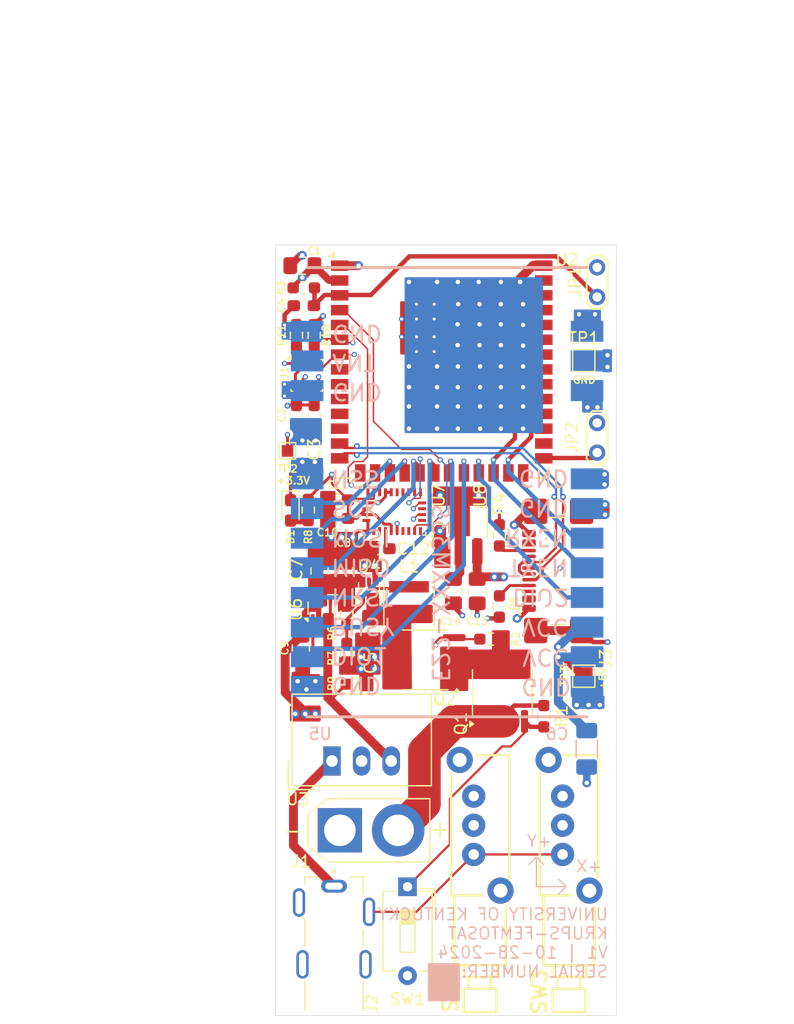
<source format=kicad_pcb>
(kicad_pcb (version 20240108) (generator "pcbnew") (generator_version "8.0")
  (title_block (date "2024-10-31") (rev "V1.1"))
  (layers (0 "F.Cu" signal) (1 "In1.Cu" signal) (2 "In2.Cu" power) (31 "B.Cu" signal) (34 "B.Paste" user) (35 "F.Paste" user) (36 "B.SilkS" user "B.Silkscreen") (37 "F.SilkS" user "F.Silkscreen") (38 "B.Mask" user) (39 "F.Mask" user) (44 "Edge.Cuts" user))
  (net 0 "")
  (net 1 "+5V")
  (net 2 "GND")
  (net 3 "/5V_BATT")
  (net 4 "/BATT_VIN")
  (net 5 "+3V3")
  (net 7 "Net-(Q1-D)")
  (net 8 "Net-(Q1-G)")
  (net 9 "Net-(Q2-G)")
  (net 10 "/5V_GSE")
  (net 11 "/I2C_SCL")
  (net 12 "/I2C_SDA")
  (net 13 "/USB_D+")
  (net 14 "Net-(J3-CC1)")
  (net 15 "Net-(J3-CC2)")
  (net 16 "/~{LORA_RESET}")
  (net 17 "/USB_D-")
  (net 19 "/SPI_MISO")
  (net 21 "/LORA_TXEN")
  (net 22 "/LORA_DIO1")
  (net 24 "/LORA_RXEN")
  (net 27 "/SPI_MOSI")
  (net 28 "/LORA_BUSY")
  (net 29 "/LORA_DIO2")
  (net 30 "/SPI_CLK")
  (net 31 "/GSE_VIN")
  (net 36 "/PLUG_SWITCH")
  (net 37 "Net-(J1-Pin_2)")
  (net 38 "Net-(SW1-B)")
  (net 45 "/BNO086_HINTN")
  (net 46 "/~{BNO086_RESET}")
  (net 52 "/ESP32_EN")
  (net 53 "/USB_EN")
  (net 54 "Net-(U7-CAP)")
  (net 55 "Net-(U4-SW)")
  (net 56 "Net-(U4-FB)")
  (net 72 "Net-(D1-A)")
  (footprint "Capacitor_SMD:C_0805_2012Metric_Pad1.18x1.45mm_HandSolder" (layer "F.Cu") (at 104.14 57.612 -90)
    (property "Reference" "C14")
    (property "Value" "22u")
  )
  (footprint "Capacitor_SMD:C_0603_1608Metric_Pad1.08x0.95mm_HandSolder" (layer "F.Cu") (at 94.234 49.784 180)
    (property "Reference" "C11")
    (property "Value" "0.1u")
  )
  (footprint "Package_TO_SOT_SMD:SOT-563" (layer "F.Cu") (at 96.901 57.531 90)
    (property "Reference" "U4")
    (property "Value" "TPS61023")
  )
  (footprint "Resistor_SMD:R_0603_1608Metric_Pad0.98x0.95mm_HandSolder" (layer "F.Cu") (at 90.678 35.687 90)
    (property "Reference" "R11")
    (property "Value" "3.9k")
  )
  (footprint "Capacitor_SMD:C_0805_2012Metric_Pad1.18x1.45mm_HandSolder" (layer "F.Cu") (at 97.028 60.833 -90)
    (property "Reference" "C5")
    (property "Value" "10u")
  )
  (footprint "TestPoint:TestPoint_Pad_1.0x1.0mm" (layer "F.Cu") (at 89.916 45.593 180)
    (property "Reference" "TP2")
    (property "Value" "+3.3V")
  )
  (footprint "Resistor_SMD:R_0603_1608Metric_Pad0.98x0.95mm_HandSolder" (layer "F.Cu") (at 107.315 61.722 180)
    (property "Reference" "R2")
    (property "Value" "100k")
  )
  (footprint "Package_LGA:Bosch_LGA-8_2.5x2.5mm_P0.65mm_ClockwisePinNumbering" (layer "F.Cu") (at 91.567 39.116)
    (property "Reference" "U1")
    (property "Value" "BME280")
  )
  (footprint "Diode_SMD:D_0603_1608Metric_Pad1.05x0.95mm_HandSolder" (layer "F.Cu") (at 90.17 50.687 -90)
    (property "Reference" "D1")
    (property "Value" "LED")
  )
  (footprint "Capacitor_SMD:C_0603_1608Metric_Pad1.08x0.95mm_HandSolder" (layer "F.Cu") (at 92.202 42.5185 -90)
    (property "Reference" "C3")
    (property "Value" "0.1u")
  )
  (footprint "Capacitor_SMD:C_0805_2012Metric_Pad1.18x1.45mm_HandSolder" (layer "F.Cu") (at 106.172 57.612 -90)
    (property "Reference" "C13")
    (property "Value" "10u")
  )
  (footprint "Package_LGA:LGA-28_5.2x3.8mm_P0.5mm" (layer "F.Cu") (at 99.06 50.8)
    (property "Reference" "U7")
    (property "Value" "BNO086")
  )
  (footprint "Capacitor_SMD:C_0805_2012Metric_Pad1.18x1.45mm_HandSolder" (layer "F.Cu") (at 94.742 55.88 90)
    (property "Reference" "C8")
    (property "Value" "22u")
  )
  (footprint "Capacitor_SMD:C_0603_1608Metric_Pad1.08x0.95mm_HandSolder" (layer "F.Cu") (at 90.678 42.5185 -90)
    (property "Reference" "C2")
    (property "Value" "0.1u")
  )
  (footprint "Capacitor_SMD:C_0805_2012Metric_Pad1.18x1.45mm_HandSolder" (layer "F.Cu") (at 91.059 62.484 -90)
    (property "Reference" "C9")
    (property "Value" "10u")
  )
  (footprint "Capacitor_SMD:C_0603_1608Metric_Pad1.08x0.95mm_HandSolder" (layer "F.Cu") (at 97.79 53.975 180)
    (property "Reference" "C12")
    (property "Value" "0.1u")
  )
  (footprint "Capacitor_SMD:C_0603_1608Metric_Pad1.08x0.95mm_HandSolder" (layer "F.Cu") (at 94.234 51.3795 180)
    (property "Reference" "C10")
    (property "Value" "0.1u")
  )
  (footprint "Capacitor_SMD:C_0805_2012Metric_Pad1.18x1.45mm_HandSolder" (layer "F.Cu") (at 91.186 29.718 180)
    (property "Reference" "C1")
    (property "Value" "22u")
  )
  (footprint "Resistor_SMD:R_0603_1608Metric_Pad0.98x0.95mm_HandSolder" (layer "F.Cu") (at 108.077 58.928 -90)
    (property "Reference" "R5")
    (property "Value" "5.1k")
  )
  (footprint "Resistor_SMD:R_0603_1608Metric_Pad0.98x0.95mm_HandSolder" (layer "F.Cu") (at 111.887 68.326 -90)
    (property "Reference" "R1")
    (property "Value" "100k")
  )
  (footprint "Resistor_SMD:R_0603_1608Metric_Pad0.98x0.95mm_HandSolder" (layer "F.Cu") (at 94.996 59.563 -90)
    (property "Reference" "R6")
    (property "Value" "73.2k")
  )
  (footprint "Capacitor_SMD:C_0805_2012Metric_Pad1.18x1.45mm_HandSolder" (layer "F.Cu") (at 92.662 55.88 90)
    (property "Reference" "C7")
    (property "Value" "22u")
  )
  (footprint "KRUPS-FemtoSat:TENSILITY_54-00170" (layer "F.Cu") (at 93.901 88.34)
    (property "Reference" "J2")
    (property "Value" "54-00170")
  )
  (footprint "Capacitor_SMD:C_0603_1608Metric_Pad1.08x0.95mm_HandSolder" (layer "F.Cu") (at 91.313 33.147 180)
    (property "Reference" "C4")
    (property "Value" "0.1u")
  )
  (footprint "RF_Module:ESP32-S3-WROOM-2" (layer "F.Cu") (at 103.137 34.978)
    (property "Reference" "U2")
    (property "Value" "ESP32-S3-WROOM-2")
  )
  (footprint "TestPoint:TestPoint_2Pads_Pitch2.54mm_Drill0.8mm" (layer "F.Cu") (at 116.459 29.865 -90)
    (property "Reference" "JP1")
    (property "Value" "Jumper_2_Small_Open")
  )
  (footprint "Resistor_SMD:R_0603_1608Metric_Pad0.98x0.95mm_HandSolder" (layer "F.Cu") (at 92.202 35.687 90)
    (property "Reference" "R10")
    (property "Value" "3.9k")
  )
  (footprint "Resistor_SMD:R_0603_1608Metric_Pad0.98x0.95mm_HandSolder" (layer "F.Cu") (at 108.077 52.832 90)
    (property "Reference" "R4")
    (property "Value" "5.1k")
  )
  (footprint "Button_Switch_THT:SW_DIP_SPSTx01_Slide_6.7x4.1mm_W7.62mm_P2.54mm_LowProfile" (layer "F.Cu") (at 100.203 82.941 -90)
    (property "Reference" "SW1")
    (property "Value" "Enable Switch")
  )
  (footprint "Connector_AMASS:AMASS_XT30U-M_1x02_P5.0mm_Vertical" (layer "F.Cu") (at 94.401 78.105)
    (property "Reference" "J1")
    (property "Value" "XT30U Male Connector")
  )
  (footprint "Package_TO_SOT_SMD:SOT-89-3_Handsoldering" (layer "F.Cu") (at 104.6855 51.77 90)
    (property "Reference" "U8")
    (property "Value" "AZ1117-3.3")
  )
  (footprint "TestPoint:TestPoint_2Pads_Pitch2.54mm_Drill0.8mm" (layer "F.Cu") (at 116.459 43.2 -90)
    (property "Reference" "JP2")
    (property "Value" "Jumper_2_Small_Open")
  )
  (footprint "Connector_USB:USB_C_Receptacle_GCT_USB4110" (layer "F.Cu") (at 114.3 55.88 90)
    (property "Reference" "J3")
    (property "Value" "USB_C_Receptacle_USB2.0_16P")
  )
  (footprint "TestPoint:TestPoint_Pad_1.5x1.5mm" (layer "F.Cu") (at 115.316 37.846)
    (property "Reference" "TP1")
    (property "Value" "GND")
  )
  (footprint "Resistor_SMD:R_0603_1608Metric_Pad0.98x0.95mm_HandSolder" (layer "F.Cu") (at 91.313 31.623)
    (property "Reference" "R3")
    (property "Value" "10k")
  )
  (footprint "Package_SO:SOIC-8_3.9x4.9mm_P1.27mm" (layer "F.Cu") (at 108.331 66.294 90)
    (property "Reference" "Q1")
    (property "Value" "IRF7410")
  )
  (footprint "KRUPS-FemtoSat:LC1258OANP" (layer "F.Cu") (at 113.496 75.173 -90)
    (property "Reference" "SW3")
    (property "Value" "Enclosure Detector" (hide yes))
  )
  (footprint "KRUPS-FemtoSat:LC1258OANP" (layer "F.Cu") (at 105.876 75.173 -90)
    (property "Reference" "SW2")
    (property "Value" "Enclosure Detector" (hide yes))
  )
  (footprint "TestPoint:TestPoint_Pad_1.5x1.5mm" (layer "F.Cu") (at 115.316 64.897 90)
    (property "Reference" "TP3")
    (property "Value" "+5V")
  )
  (footprint "Resistor_SMD:R_0603_1608Metric_Pad0.98x0.95mm_HandSolder" (layer "F.Cu") (at 91.694 50.659 -90)
    (property "Reference" "R8")
    (property "Value" "270")
  )
  (footprint "Resistor_SMD:R_0603_1608Metric_Pad0.98x0.95mm_HandSolder" (layer "F.Cu") (at 94.996 62.992 90)
    (property "Reference" "R7")
    (property "Value" "10k")
  )
  (footprint "Resistor_SMD:R_0603_1608Metric_Pad0.98x0.95mm_HandSolder" (layer "F.Cu") (at 95.8596 65.5828)
    (property "Reference" "R9")
    (property "Value" "100k")
  )
  (footprint "Inductor_SMD:L_Coilcraft_XxL4030" (layer "F.Cu") (at 100.33 58.42 90)
    (property "Reference" "L1")
    (property "Value" "1u")
  )
  (footprint "Converter_DCDC:Converter_DCDC_TRACO_TSR-1_THT" (layer "F.Cu") (at 93.726 72.1675)
    (property "Reference" "U3")
    (property "Value" "TSR_2-2450")
  )
  (footprint "Package_TO_SOT_SMD:SOT-583-8" (layer "F.Cu") (at 92.837 59.182 90)
    (property "Reference" "U6")
    (property "Value" "TPS2117")
  )
  (footprint "Package_SO:SOIC-8_3.9x4.9mm_P1.27mm" (layer "F.Cu") (at 101.727 63.5 180)
    (property "Reference" "Q2")
    (property "Value" "IRF7410")
  )
  (footprint "Capacitor_SMD:C_1206_3216Metric_Pad1.33x1.80mm_HandSolder" (layer "B.Cu") (at 115.57 71.12 -90)
    (property "Reference" "C6")
    (property "Value" "100u")
  )
  (footprint "KRUPS-FemtoSat:E22-XXXM33S" (layer "B.Cu") (at 102.87 49.53 90)
    (property "Reference" "U5")
    (property "Value" "E22-900M33S")
  )
  (gr_line (start 113.157 82.296) (end 113.792 82.931) (stroke (width 0.1)) (layer "B.SilkS"))
  (gr_line (start 111.252 82.931) (end 113.792 82.931) (stroke (width 0.1)) (layer "B.SilkS"))
  (gr_line (start 113.792 82.931) (end 113.157 82.296) (stroke (width 0.1)) (layer "B.SilkS"))
  (gr_line (start 113.792 82.931) (end 113.157 83.566) (stroke (width 0.1)) (layer "B.SilkS"))
  (gr_line (start 111.252 82.931) (end 111.252 80.391) (stroke (width 0.1)) (layer "B.SilkS"))
  (gr_line (start 111.252 80.391) (end 111.887 81.026) (stroke (width 0.1)) (layer "B.SilkS"))
  (gr_rect (start 101.981 89.535) (end 104.648 92.71) (stroke (width 0.1)) (fill solid) (layer "B.SilkS"))
  (gr_line (start 111.252 80.391) (end 110.617 81.026) (stroke (width 0.1)) (layer "B.SilkS"))
  (gr_rect (start 88.9 27.94) (end 118.11 93.98) (stroke (width 0.05)) (fill none) (layer "Edge.Cuts"))
  (gr_text "UNIVERSITY OF KENTUCKY\nKRUPS-FEMTOSAT\nV1 | 10-28-2024\nSERIAL NUMBER:" (at 117.475 90.805 0) (layer "B.SilkS") (effects (font (size 1.016 1.016) (thickness 0.127)) (justify left bottom mirror)))
  (gr_text "+Y" (at 112.649 79.629 0) (layer "B.SilkS") (effects (font (size 1.016 1.016) (thickness 0.127)) (justify left bottom mirror)))
  (gr_text "+X" (at 116.967 81.788 0) (layer "B.SilkS") (effects (font (size 1.016 1.016) (thickness 0.127)) (justify left bottom mirror)))
  (gr_text "+5V" (at 117.348 66.167 90) (layer "F.SilkS") (effects (font (size 0.635 0.635) (thickness 0.127) (bold yes)) (justify left bottom)))
  (gr_text "GND" (at 114.3 39.878 0) (layer "F.SilkS") (effects (font (size 0.635 0.635) (thickness 0.127) (bold yes)) (justify left bottom)))
  (gr_text "+3.3V" (at 88.9 48.514 0) (layer "F.SilkS") (effects (font (size 0.635 0.635) (thickness 0.127) (bold yes)) (justify left bottom)))
  (segment (start 106.3585 56.388) (end 106.172 56.5745) (width 0.762) (layer "F.Cu") (net 1))
  (segment (start 113.1316 63.246) (end 113.665 63.246) (width 0.762) (layer "F.Cu") (net 1))
  (segment (start 89.7128 66.294) (end 91.3384 67.9196) (width 0.762) (layer "F.Cu") (net 1))
  (segment (start 106.172 54.2335) (end 106.1855 54.22) (width 0.762) (layer "F.Cu") (net 1))
  (segment (start 89.7128 62.7927) (end 89.7128 66.294) (width 0.762) (layer "F.Cu") (net 1))
  (segment (start 106.172 56.5745) (end 106.172 54.2335) (width 0.762) (layer "F.Cu") (net 1))
  (segment (start 108.458 56.388) (end 106.3585 56.388) (width 0.762) (layer "F.Cu") (net 1))
  (segment (start 113.665 63.246) (end 115.316 64.897) (width 0.762) (layer "F.Cu") (net 1))
  (segment (start 91.059 61.4465) (end 89.7128 62.7927) (width 0.762) (layer "F.Cu") (net 1))
  (via (at 108.458 56.388) (size 0.762) (drill 0.381) (layers "F.Cu" "B.Cu") (net 1))
  (via (at 91.44 68.1228) (size 0.762) (drill 0.381) (layers "F.Cu" "B.Cu") (net 1))
  (via (at 113.1316 63.246) (size 0.762) (drill 0.381) (layers "F.Cu" "B.Cu") (net 1))
  (via (at 113.1316 62.3824) (size 0.762) (drill 0.381) (layers "F.Cu" "B.Cu") (net 1))
  (via (at 107.6452 56.388) (size 0.762) (drill 0.381) (layers "F.Cu" "B.Cu") (net 1))
  (via (at 90.5764 68.1228) (size 0.762) (drill 0.381) (layers "F.Cu" "B.Cu") (net 1))
  (via (at 92.3036 68.1228) (size 0.762) (drill 0.381) (layers "F.Cu" "B.Cu") (net 1))
  (segment (start 113.1316 63.246) (end 113.1316 67.1191) (width 0.762) (layer "B.Cu") (net 1))
  (segment (start 115.579 63.246) (end 115.595 63.23) (width 0.762) (layer "B.Cu") (net 1))
  (segment (start 115.595 60.69) (end 114.824 60.69) (width 0.762) (layer "B.Cu") (net 1))
  (segment (start 114.824 60.69) (end 113.1316 62.3824) (width 0.762) (layer "B.Cu") (net 1))
  (segment (start 113.1316 67.1191) (end 115.57 69.5575) (width 0.762) (layer "B.Cu") (net 1))
  (segment (start 113.1316 63.246) (end 115.579 63.246) (width 0.762) (layer "B.Cu") (net 1))
  (segment (start 96.012 29.718) (end 94.402 29.718) (width 0.762) (layer "F.Cu") (net 2))
  (segment (start 115.409 51.054) (end 115.125 50.77) (width 0.762) (layer "F.Cu") (net 2))
  (segment (start 111.195 50.77) (end 110.52 50.77) (width 0.635) (layer "F.Cu") (net 2))
  (segment (start 89.662 33.9355) (end 89.662 34.798) (width 0.381) (layer "F.Cu") (net 2))
  (segment (start 110.969 29.69) (end 111.874 29.69) (width 0.762) (layer "F.Cu") (net 2))
  (segment (start 101.096 51.05) (end 101.4475 51.05) (width 0.127) (layer "F.Cu") (net 2))
  (segment (start 90.678 43.381) (end 90.678 44.196) (width 0.381) (layer "F.Cu") (net 2))
  (segment (start 98.31 49.1375) (end 98.81 49.1375) (width 0.254) (layer "F.Cu") (net 2))
  (segment (start 96.81 52.4625) (end 96.81 51.6875) (width 0.254) (layer "F.Cu") (net 2))
  (segment (start 92.583 39.243) (end 92.583 40.1) (width 0.254) (layer "F.Cu") (net 2))
  (segment (start 109.347 51.943) (end 109.883 51.943) (width 0.381) (layer "F.Cu") (net 2))
  (segment (start 97.663 50.038) (end 97.79 50.038) (width 0.254) (layer "F.Cu") (net 2))
  (segment (start 92.583 40.1) (end 92.542 40.141) (width 0.254) (layer "F.Cu") (net 2))
  (segment (start 97.651 50.05) (end 96.6725 50.05) (width 0.254) (layer "F.Cu") (net 2))
  (segment (start 90.678 44.196) (end 91.186 44.704) (width 0.381) (layer "F.Cu") (net 2))
  (segment (start 92.202 44.577) (end 92.329 44.704) (width 0.381) (layer "F.Cu") (net 2))
  (segment (start 90.4505 33.147) (end 89.662 33.9355) (width 0.381) (layer "F.Cu") (net 2))
  (segment (start 91.0375 28.829) (end 90.1485 29.718) (width 0.635) (layer "F.Cu") (net 2))
  (segment (start 109.756 59.944) (end 110.62 59.08) (width 0.381) (layer "F.Cu") (net 2))
  (segment (start 97.79 50.038) (end 98.31 49.518) (width 0.254) (layer "F.Cu") (net 2))
  (segment (start 109.855 30.804) (end 110.969 29.69) (width 0.762) (layer "F.Cu") (net 2))
  (segment (start 92.202 43.381) (end 92.202 44.577) (width 0.381) (layer "F.Cu") (net 2))
  (segment (start 91.242 39.441) (end 91.44 39.243) (width 0.254) (layer "F.Cu") (net 2))
  (segment (start 117.1448 51.054) (end 115.409 51.054) (width 0.762) (layer "F.Cu") (net 2))
  (segment (start 98.31 49.518) (end 98.31 49.1375) (width 0.254) (layer "F.Cu") (net 2))
  (segment (start 117.348 61.976) (end 116.111 61.976) (width 0.381) (layer "F.Cu") (net 2))
  (segment (start 91.186 28.829) (end 91.0375 28.829) (width 0.635) (layer "F.Cu") (net 2))
  (segment (start 116.111 61.976) (end 115.125 60.99) (width 0.381) (layer "F.Cu") (net 2))
  (segment (start 96.0259 52.4625) (end 95.504 52.9844) (width 0.254) (layer "F.Cu") (net 2))
  (segment (start 117.1448 50.1904) (end 117.1448 51.054) (width 0.762) (layer "F.Cu") (net 2))
  (segment (start 109.601 59.944) (end 109.756 59.944) (width 0.381) (layer "F.Cu") (net 2))
  (segment (start 91.242 40.141) (end 91.242 39.441) (width 0.254) (layer "F.Cu") (net 2))
  (segment (start 90.17 47.5488) (end 91.186 46.5328) (width 0.254) (layer "F.Cu") (net 2))
  (segment (start 109.855 31.115) (end 109.855 30.804) (width 0.762) (layer "F.Cu") (net 2))
  (segment (start 90.17 49.812) (end 90.17 47.5488) (width 0.254) (layer "F.Cu") (net 2))
  (segment (start 110.52 50.77) (end 109.347 51.943) (width 0.635) (layer "F.Cu") (net 2))
  (segment (start 106.172 59.69) (end 106.172 58.6495) (width 0.381) (layer "F.Cu") (net 2))
  (segment (start 94.402 29.718) (end 94.374 29.69) (width 0.762) (layer "F.Cu") (net 2))
  (segment (start 109.883 51.943) (end 110.62 52.68) (width 0.381) (layer "F.Cu") (net 2))
  (segment (start 96.81 51.6875) (end 96.6725 51.55) (width 0.254) (layer "F.Cu") (net 2))
  (segment (start 108.077 50.8) (end 108.077 51.9195) (width 0.254) (layer "F.Cu") (net 2))
  (segment (start 115.125 60.99) (end 111.195 60.99) (width 0.762) (layer "F.Cu") (net 2))
  (segment (start 107.061 59.944) (end 107.9735 59.944) (width 0.381) (layer "F.Cu") (net 2))
  (segment (start 107.9735 59.944) (end 108.077 59.8405) (width 0.381) (layer "F.Cu") (net 2))
  (segment (start 104.14 58.928) (end 104.902 59.69) (width 0.381) (layer "F.Cu") (net 2))
  (segment (start 116.459 41.8846) (end 116.4844 41.8592) (width 0.381) (layer "F.Cu") (net 2))
  (segment (start 115.7732 37.3888) (end 115.316 37.846) (width 0.635) (layer "F.Cu") (net 2))
  (segment (start 100.711 51.435) (end 101.096 51.05) (width 0.127) (layer "F.Cu") (net 2))
  (segment (start 117.348 37.3888) (end 115.7732 37.3888) (width 0.635) (layer "F.Cu") (net 2))
  (segment (start 92.087 62.4935) (end 91.059 63.5215) (width 0.254) (layer "F.Cu") (net 2))
  (segment (start 116.439 29.464) (end 116.459 29.484) (width 0.381) (layer "F.Cu") (net 2))
  (segment (start 92.087 59.922) (end 92.087 62.4935) (width 0.254) (layer "F.Cu") (net 2))
  (segment (start 104.14 58.6495) (end 104.14 58.928) (width 0.381) (layer "F.Cu") (net 2))
  (segment (start 96.81 52.4625) (end 96.0259 52.4625) (width 0.254) (layer "F.Cu") (net 2))
  (segment (start 89.662 38.1) (end 90.583 38.1) (width 0.254) (layer "F.Cu") (net 2))
  (segment (start 97.663 50.038) (end 97.651 50.05) (width 0.254) (layer "F.Cu") (net 2))
  (segment (start 90.583 38.1) (end 90.592 38.091) (width 0.254) (layer "F.Cu") (net 2))
  (via (at 115.6208 41.8592) (size 0.762) (drill 0.381) (layers "F.Cu" "B.Cu") (net 2))
  (via (at 108.204 41.783) (size 0.762) (drill 0.381) (layers "F.Cu" "B.Cu") (net 2))
  (via (at 97.4344 55.4228) (size 0.762) (drill 0.381) (layers "F.Cu" "B.Cu") (net 2))
  (via (at 116.6876 67.3608) (size 0.762) (drill 0.381) (layers "F.Cu" "B.Cu") (net 2))
  (via (at 104.5464 33.02) (size 0.762) (drill 0.381) (layers "F.Cu" "B.Cu") (net 2))
  (via (at 117.094 48.4632) (size 0.762) (drill 0.381) (layers "F.Cu" "B.Cu") (net 2))
  (via (at 110.109 36.576) (size 0.762) (drill 0.381) (layers "F.Cu" "B.Cu") (net 2))
  (via (at 100.33 41.783) (size 0.762) (drill 0.381) (layers "F.Cu" "B.Cu") (net 2))
  (via (at 102.743 41.783) (size 0.762) (drill 0.381) (layers "F.Cu" "B.Cu") (net 2))
  (via (at 110.109 38.354) (size 0.762) (drill 0.381) (layers "F.Cu" "B.Cu") (net 2))
  (via (at 89.662 34.798) (size 0.508) (drill 0.254) (layers "F.Cu" "B.Cu") (net 2))
  (via (at 109.601 59.944) (size 0.762) (drill 0.381) (layers "F.Cu" "B.Cu") (net 2))
  (via (at 91.186 46.5328) (size 0.762) (drill 0.381) (layers "F.Cu" "B.Cu") (net 2))
  (via (at 109.347 51.943) (size 0.762) (drill 0.381) (layers "F.Cu" "B.Cu") (net 2))
  (via (at 108.204 38.354) (size 0.762) (drill 0.381) (layers "F.Cu" "B.Cu") (net 2))
  (via (at 110.109 34.798) (size 0.762) (drill 0.381) (layers "F.Cu" "B.Cu") (net 2))
  (via (at 100.33 38.354) (size 0.762) (drill 0.381) (layers "F.Cu" "B.Cu") (net 2))
  (via (at 116.4844 41.8592) (size 0.762) (drill 0.381) (layers "F.Cu" "B.Cu") (net 2))
  (via (at 115.57 74.041) (size 0.762) (drill 0.381) (layers "F.Cu" "B.Cu") (net 2))
  (via (at 99.695 35.814) (size 0.4572) (drill 0.254) (layers "F.Cu" "B.Cu") (net 2))
  (via (at 116.2812 33.8836) (size 0.762) (drill 0.381) (layers "F.Cu" "B.Cu") (net 2))
  (via (at 108.204 33.02) (size 0.762) (drill 0.381) (layers "F.Cu" "B.Cu") (net 2))
  (via (at 100.965 34.29) (size 0.4572) (drill 0.254) (layers "F.Cu" "B.Cu") (net 2))
  (via (at 93.6752 52.9844) (size 0.762) (drill 0.381) (layers "F.Cu" "B.Cu") (net 2))
  (via (at 104.902 59.69) (size 0.508) (drill 0.254) (layers "F.Cu" "B.Cu") (net 2))
  (via (at 100.33 43.688) (size 0.762) (drill 0.381) (layers "F.Cu" "B.Cu") (net 2))
  (via (at 108.204 36.5252) (size 0.762) (drill 0.381) (layers "F.Cu" "B.Cu") (net 2))
  (via (at 97.3836 64.262) (size 0.762) (drill 0.381) (layers "F.Cu" "B.Cu") (net 2))
  (via (at 117.348 37.3888) (size 0.762) (drill 0.381) (layers "F.Cu" "B.Cu") (net 2))
  (via (at 97.663 50.038) (size 0.4572) (drill 0.254) (layers "F.Cu" "B.Cu") (net 2))
  (via (at 108.204 31.115) (size 0.762) (drill 0.381) (layers "F.Cu" "B.Cu") (net 2))
  (via (at 96.52 55.4228) (size 0.762) (drill 0.381) (layers "F.Cu" "B.Cu") (net 2))
  (via (at 109.855 31.115) (size 0.762) (drill 0.381) (layers "F.Cu" "B.Cu") (net 2))
  (via (at 91.186 28.829) (size 0.762) (drill 0.381) (layers "F.Cu" "B.Cu") (net 2))
  (via (at 108.204 34.7472) (size 0.762) (drill 0.381) (layers "F.Cu" "B.Cu") (net 2))
  (via (at 110.109 41.783) (size 0.762) (drill 0.381) (layers "F.Cu" "B.Cu") (net 2))
  (via (at 104.521 31.115) (size 0.762) (drill 0.381) (layers "F.Cu" "B.Cu") (net 2))
  (via (at 102.489 37.084) (size 0.4572) (drill 0.254) (layers "F.Cu" "B.Cu") (net 2))
  (via (at 117.348 38.4048) (size 0.762) (drill 0.381) (layers "F.Cu" "B.Cu") (net 2))
  (via (at 107.061 59.944) (size 0.508) (drill 0.254) (layers "F.Cu" "B.Cu") (net 2))
  (via (at 92.2528 46.5328) (size 0.762) (drill 0.381) (layers "F.Cu" "B.Cu") (net 2))
  (via (at 89.662 39.878) (size 0.508) (drill 0.254) (layers "F.Cu" "B.Cu") (net 2))
  (via (at 99.695 34.29) (size 0.4572) (drill 0.254) (layers "F.Cu" "B.Cu") (net 2))
  (via (at 106.3752 33.02) (size 0.762) (drill 0.381) (layers "F.Cu" "B.Cu") (net 2))
  (via (at 91.5416 66.04) (size 0.762) (drill 0.381) (layers "F.Cu" "B.Cu") (net 2))
  (via (at 102.743 38.354) (size 0.762) (drill 0.381) (layers "F.Cu" "B.Cu") (net 2))
  (via (at 92.329 44.704) (size 0.762) (drill 0.381) (layers "F.Cu" "B.Cu") (net 2))
  (via (at 91.186 44.704) (size 0.762) (drill 0.381) (layers "F.Cu" "B.Cu") (net 2))
  (via (at 89.662 35.814) (size 0.508) (drill 0.254) (layers "F.Cu" "B.Cu") (net 2))
  (via (at 102.743 43.688) (size 0.762) (drill 0.381) (layers "F.Cu" "B.Cu") (net 2))
  (via (at 117.348 61.976) (size 0.508) (drill 0.254) (layers "F.Cu" "B.Cu") (net 2))
  (via (at 104.521 40.132) (size 0.762) (drill 0.381) (layers "F.Cu" "B.Cu") (net 2))
  (via (at 100.965 37.084) (size 0.4572) (drill 0.254) (layers "F.Cu" "B.Cu") (net 2))
  (via (at 94.5896 52.9844) (size 0.762) (drill 0.381) (layers "F.Cu" "B.Cu") (net 2))
  (via (at 106.299 31.115) (size 0.762) (drill 0.381) (layers "F.Cu" "B.Cu") (net 2))
  (via (at 90.7796 65.3288) (size 0.762) (drill 0.381) (layers "F.Cu" "B.Cu") (net 2))
  (via (at 102.743 40.132) (size 0.762) (drill 0.381) (layers "F.Cu" "B.Cu") (net 2))
  (via (at 104.4956 36.5252) (size 0.762) (drill 0.381) (layers "F.Cu" "B.Cu") (net 2))
  (via (at 117.1448 50.1904) (size 0.762) (drill 0.381) (layers "F.Cu" "B.Cu") (net 2))
  (via (at 92.583 39.243) (size 0.4572) (drill 0.254) (layers "F.Cu" "B.Cu") (net 2))
  (via (at 113.284 55.626) (size 0.4572) (drill 0.254) (layers "F.Cu" "B.Cu") (net 2))
  (via (at 89.662 38.1) (size 0.4572) (drill 0.254) (layers "F.Cu" "B.Cu") (net 2))
  (via (at 91.44 39.243) (size 0.4572) (drill 0.254) (layers "F.Cu" "B.Cu") (net 2))
  (via (at 100.965 35.814) (size 0.4572) (drill 0.254) (layers "F.Cu" "B.Cu") (net 2))
  (via (at 100.965 33.02) (size 0.4572) (drill 0.254) (layers "F.Cu" "B.Cu") (net 2))
  (via (at 106.3752 36.5252) (size 0.762) (drill 0.381) (layers "F.Cu" "B.Cu") (net 2))
  (via (at 117.1448 51.054) (size 0.762) (drill 0.381) (layers "F.Cu" "B.Cu") (net 2))
  (via (at 96.2152 63.246) (size 0.762) (drill 0.381) (layers "F.Cu" "B.Cu") (net 2))
  (via (at 108.077 50.8) (size 0.4572) (drill 0.254) (layers "F.Cu" "B.Cu") (net 2))
  (via (at 104.4956 34.7472) (size 0.762) (drill 0.381) (layers "F.Cu" "B.Cu") (net 2))
  (via (at 102.997 52.451) (size 0.762) (drill 0.381) (layers "F.Cu" "B.Cu") (net 2))
  (via (at 106.426 38.354) (size 0.762) (drill 0.381) (layers "F.Cu" "B.Cu") (net 2))
  (via (at 100.33 31.115) (size 0.762) (drill 0.381) (layers "F.Cu" "B.Cu") (net 2))
  (via (at 110.109 40.132) (size 0.762) (drill 0.381) (layers "F.Cu" "B.Cu") (net 2))
  (via (at 89.662 40.894) (size 0.508) (drill 0.254) (layers "F.Cu" "B.Cu") (net 2))
  (via (at 106.426 43.688) (size 0.762) (drill 0.381) (layers "F.Cu" "B.Cu") (net 2))
  (via (at 108.204 43.688) (size 0.762) (drill 0.381) (layers "F.Cu" "B.Cu") (net 2))
  (via (at 114.9096 33.8836) (size 0.762) (drill 0.381) (layers "F.Cu" "B.Cu") (net 2))
  (via (at 102.743 31.115) (size 0.762) (drill 0.381) (layers "F.Cu" "B.Cu") (net 2))
  (via (at 104.521 41.783) (size 0.762) (drill 0.381) (layers "F.Cu" "B.Cu") (net 2))
  (via (at 104.521 43.688) (size 0.762) (drill 0.381) (layers "F.Cu" "B.Cu") (net 2))
  (via (at 102.489 34.29) (size 0.4572) (drill 0.254) (layers "F.Cu" "B.Cu") (net 2))
  (via (at 97.3836 63.246) (size 0.762) (drill 0.381) (layers "F.Cu" "B.Cu") (net 2))
  (via (at 106.426 41.783) (size 0.762) (drill 0.381) (layers "F.Cu" "B.Cu") (net 2))
  (via (at 108.204 40.132) (size 0.762) (drill 0.381) (layers "F.Cu" "B.Cu") (net 2))
  (via (at 100.711 51.435) (size 0.4572) (drill 0.254) (layers "F.Cu" "B.Cu") (net 2))
  (via (at 106.172 59.69) (size 0.508) (drill 0.254) (layers "F.Cu" "B.Cu") (net 2))
  (via (at 96.012 29.718) (size 0.762) (drill 0.381) (layers "F.Cu" "B.Cu") (net 2))
  (via (at 92.3036 65.3288) (size 0.762) (drill 0.381) (layers "F.Cu" "B.Cu") (net 2))
  (via (at 102.489 33.02) (size 0.4572) (drill 0.254) (layers "F.Cu" "B.Cu") (net 2))
  (via (at 106.3752 34.7472) (size 0.762) (drill 0.381) (layers "F.Cu" "B.Cu") (net 2))
  (via (at 115.7224 67.3608) (size 0.762) (drill 0.381) (layers "F.Cu" "B.Cu") (net 2))
  (via (at 106.426 40.132) (size 0.762) (drill 0.381) (layers "F.Cu" "B.Cu") (net 2))
  (via (at 95.504 52.9844) (size 0.762) (drill 0.381) (layers "F.Cu" "B.Cu") (net 2))
  (via (at 110.109 43.688) (size 0.762) (drill 0.381) (layers "F.Cu" "B.Cu") (net 2))
  (via (at 100.33 40.132) (size 0.762) (drill 0.381) (layers "F.Cu" "B.Cu") (net 2))
  (via (at 104.521 38.354) (size 0.762) (drill 0.381) (layers "F.Cu" "B.Cu") (net 2))
  (via (at 117.094 47.5996) (size 0.762) (drill 0.381) (layers "F.Cu" "B.Cu") (net 2))
  (via (at 114.7064 67.3608) (size 0.762) (drill 0.381) (layers "F.Cu" "B.Cu") (net 2))
  (via (at 102.489 35.814) (size 0.4572) (drill 0.254) (layers "F.Cu" "B.Cu") (net 2))
  (via (at 110.109 33.02) (size 0.762) (drill 0.381) (layers "F.Cu" "B.Cu") (net 2))
  (via (at 96.2152 64.262) (size 0.762) (drill 0.381) (layers "F.Cu" "B.Cu") (net 2))
  (segment (start 115.6208 40.4458) (end 115.595 40.42) (width 0.762) (layer "B.Cu") (net 2))
  (segment (start 117.094 47.5996) (end 117.094 48.4632) (width 0.762) (layer "B.Cu") (net 2))
  (segment (start 115.7224 65.8974) (end 115.595 65.77) (width 0.762) (layer "B.Cu") (net 2))
  (segment (start 115.57 72.6825) (end 115.57 74.041) (width 0.635) (layer "B.Cu") (net 2))
  (segment (start 91.242 38.374) (end 91.242 38.091) (width 0.254) (layer "F.Cu") (net 5))
  (segment (start 92.202 34.7745) (end 92.2255 34.7745) (width 0.381) (layer "F.Cu") (net 5))
  (segment (start 90.592 40.141) (end 90.592 39.024) (width 0.254) (layer "F.Cu") (net 5))
  (segment (start 98.691 51.871) (end 98.81 51.99) (width 0.254) (layer "F.Cu") (net 5))
  (segment (start 89.977631 41.656) (end 89.916 41.717631) (width 0.254) (layer "F.Cu") (net 5))
  (segment (start 95.0965 49.784) (end 93.726 48.4135) (width 0.1905) (layer "F.Cu") (net 5))
  (segment (start 96.28075 50.94175) (end 96.6725 50.55) (width 0.254) (layer "F.Cu") (net 5))
  (segment (start 92.2235 29.718) (end 93.4655 30.96) (width 0.635) (layer "F.Cu") (net 5))
  (segment (start 92.2235 29.718) (end 92.202 29.718) (width 0.635) (layer "F.Cu") (net 5))
  (segment (start 95.0965 49.784) (end 95.0965 51.3795) (width 0.1905) (layer "F.Cu") (net 5))
  (segment (start 92.202 29.718) (end 91.186 30.734) (width 0.635) (layer "F.Cu") (net 5))
  (segment (start 91.892 41.346) (end 92.202 41.656) (width 0.254) (layer "F.Cu") (net 5))
  (segment (start 92.202 34.7745) (end 90.678 34.7745) (width 0.381) (layer "F.Cu") (net 5))
  (segment (start 90.4005 31.623) (end 90.4005 31.5195) (width 0.381) (layer "F.Cu") (net 5))
  (segment (start 92.2255 34.7745) (end 92.964 34.036) (width 0.381) (layer "F.Cu") (net 5))
  (segment (start 89.916 45.593) (end 89.916 44.196) (width 0.254) (layer "F.Cu") (net 5))
  (segment (start 90.592 39.024) (end 91.242 38.374) (width 0.254) (layer "F.Cu") (net 5))
  (segment (start 98.226 51.871) (end 98.691 51.871) (width 0.254) (layer "F.Cu") (net 5))
  (segment (start 93.4655 30.96) (end 94.374 30.96) (width 0.635) (layer "F.Cu") (net 5))
  (segment (start 90.4005 31.5195) (end 91.186 30.734) (width 0.381) (layer "F.Cu") (net 5))
  (segment (start 98.81 51.99) (end 98.81 52.4625) (width 0.254) (layer "F.Cu") (net 5))
  (segment (start 104.14 56.5745) (end 104.6855 56.029) (width 0.762) (layer "F.Cu") (net 5))
  (segment (start 97.31 49.6655) (end 97.31 49.1375) (width 0.1905) (layer "F.Cu") (net 5))
  (segment (start 96.6725 51.05) (end 96.389 51.05) (width 0.254) (layer "F.Cu") (net 5))
  (segment (start 96.6725 51.05) (end 97.405 51.05) (width 0.254) (layer "F.Cu") (net 5))
  (segment (start 97.27475 49.70075) (end 97.31 49.6655) (width 0.1905) (layer "F.Cu") (net 5))
  (segment (start 91.892 40.141) (end 91.892 41.346) (width 0.254) (layer "F.Cu") (net 5))
  (segment (start 95.17975 49.70075) (end 97.27475 49.70075) (width 0.1905) (layer "F.Cu") (net 5))
  (segment (start 92.202 41.656) (end 89.977631 41.656) (width 0.254) (layer "F.Cu") (net 5))
  (segment (start 95.843 51.3795) (end 96.28075 50.94175) (width 0.254) (layer "F.Cu") (net 5))
  (segment (start 90.592 40.141) (end 90.592 41.57) (width 0.254) (layer "F.Cu") (net 5))
  (segment (start 91.694 49.7465) (end 91.694 49.657) (width 0.254) (layer "F.Cu") (net 5))
  (segment (start 97.405 51.05) (end 98.226 51.871) (width 0.254) (layer "F.Cu") (net 5))
  (segment (start 104.6855 56.029) (end 104.6855 54.1325) (width 0.762) (layer "F.Cu") (net 5))
  (segment (start 92.202 34.7745) (end 92.202 34.671) (width 0.381) (layer "F.Cu") (net 5))
  (segment (start 95.0965 51.3795) (end 95.843 51.3795) (width 0.254) (layer "F.Cu") (net 5))
  (segment (start 91.694 49.657) (end 93.726 47.625) (width 0.254) (layer "F.Cu") (net 5))
  (segment (start 95.0965 49.784) (end 95.17975 49.70075) (width 0.1905) (layer "F.Cu") (net 5))
  (segment (start 90.592 41.57) (end 90.678 41.656) (width 0.254) (layer "F.Cu") (net 5))
  (segment (start 96.389 51.05) (end 96.28075 50.94175) (width 0.254) (layer "F.Cu") (net 5))
  (segment (start 93.726 48.4135) (end 93.726 47.625) (width 0.1905) (layer "F.Cu") (net 5))
  (via (at 93.726 47.625) (size 0.508) (drill 0.254) (layers "F.Cu" "B.Cu") (net 5))
  (via (at 102.997 49.403) (size 0.762) (drill 0.381) (layers "F.Cu" "B.Cu") (net 5))
  (via (at 92.964 34.036) (size 0.508) (drill 0.254) (layers "F.Cu" "B.Cu") (net 5))
  (via (at 89.916 41.717631) (size 0.508) (drill 0.254) (layers "F.Cu" "B.Cu") (net 5))
  (via (at 106.299 49.403) (size 0.762) (drill 0.381) (layers "F.Cu" "B.Cu") (net 5))
  (via (at 91.186 30.734) (size 0.762) (drill 0.381) (layers "F.Cu" "B.Cu") (net 5))
  (via (at 89.916 44.196) (size 0.4572) (drill 0.254) (layers "F.Cu" "B.Cu") (net 5))
  (segment (start 109.063199 70.9168) (end 110.236 69.743999) (width 0.1905) (layer "F.Cu") (net 8))
  (segment (start 100.203 82.931) (end 103.8352 79.2988) (width 0.1905) (layer "F.Cu") (net 8))
  (segment (start 108.3056 70.9168) (end 109.063199 70.9168) (width 0.1905) (layer "F.Cu") (net 8))
  (segment (start 110.7055 69.2385) (end 110.236 68.769) (width 0.381) (layer "F.Cu") (net 8))
  (segment (start 111.887 69.2385) (end 110.7055 69.2385) (width 0.381) (layer "F.Cu") (net 8))
  (segment (start 103.8352 79.2988) (end 103.8352 75.3872) (width 0.1905) (layer "F.Cu") (net 8))
  (segment (start 100.203 82.941) (end 100.203 82.931) (width 0.1905) (layer "F.Cu") (net 8))
  (segment (start 110.236 69.743999) (end 110.236 68.769) (width 0.1905) (layer "F.Cu") (net 8))
  (segment (start 103.8352 75.3872) (end 108.3056 70.9168) (width 0.1905) (layer "F.Cu") (net 8))
  (segment (start 102.616 62.23) (end 102.616 61.976) (width 0.1905) (layer "F.Cu") (net 9))
  (segment (start 104.329 61.722) (end 104.202 61.595) (width 0.1905) (layer "F.Cu") (net 9))
  (segment (start 102.616 61.976) (end 102.997 61.595) (width 0.1905) (layer "F.Cu") (net 9))
  (segment (start 104.1766 61.6204) (end 104.202 61.595) (width 0.1905) (layer "F.Cu") (net 9))
  (segment (start 102.997 61.595) (end 104.202 61.595) (width 0.1905) (layer "F.Cu") (net 9))
  (segment (start 106.4025 61.722) (end 104.329 61.722) (width 0.1905) (layer "F.Cu") (net 9))
  (via (at 102.616 62.23) (size 0.4572) (drill 0.254) (layers "F.Cu" "B.Cu") (net 9))
  (segment (start 93.3704 66.7319) (end 93.3704 60.3504) (width 0.762) (layer "F.Cu") (net 10))
  (segment (start 94.9471 65.5828) (end 93.798 66.7319) (width 0.254) (layer "F.Cu") (net 10))
  (segment (start 93.587 58.442) (end 93.587 59.922) (width 0.254) (layer "F.Cu") (net 10))
  (segment (start 98.806 72.1675) (end 93.3704 66.7319) (width 0.762) (layer "F.Cu") (net 10))
  (segment (start 93.798 66.7319) (end 93.3704 66.7319) (width 0.254) (layer "F.Cu") (net 10))
  (segment (start 92.542 38.091) (end 92.542 36.9395) (width 0.254) (layer "F.Cu") (net 11))
  (segment (start 92.542 36.9395) (end 92.202 36.5995) (width 0.254) (layer "F.Cu") (net 11))
  (segment (start 101.207 50.05) (end 100.711 50.546) (width 0.127) (layer "F.Cu") (net 11))
  (segment (start 94.656 36.322) (end 94.374 36.04) (width 0.127) (layer "F.Cu") (net 11))
  (segment (start 94.374 36.04) (end 92.7615 36.04) (width 0.254) (layer "F.Cu") (net 11))
  (segment (start 101.4475 50.05) (end 101.207 50.05) (width 0.127) (layer "F.Cu") (net 11))
  (segment (start 95.504 36.322) (end 94.656 36.322) (width 0.127) (layer "F.Cu") (net 11))
  (segment (start 92.7615 36.04) (end 92.202 36.5995) (width 0.254) (layer "F.Cu") (net 11))
  (via (at 95.504 36.322) (size 0.4572) (drill 0.254) (layers "F.Cu" "B.Cu") (net 11))
  (via (at 100.711 50.546) (size 0.4572) (drill 0.254) (layers "F.Cu" "B.Cu") (net 11))
  (segment (start 100.7025 49.6655) (end 100.33 50.038) (width 0.127) (layer "F.Cu") (net 12))
  (segment (start 94.402 37.338) (end 94.374 37.31) (width 0.127) (layer "F.Cu") (net 12))
  (segment (start 91.892 38.5315) (end 91.92375 38.56325) (width 0.1905) (layer "F.Cu") (net 12))
  (segment (start 95.631 37.338) (end 94.402 37.338) (width 0.127) (layer "F.Cu") (net 12))
  (segment (start 90.678 36.5995) (end 91.892 37.8135) (width 0.254) (layer "F.Cu") (net 12))
  (segment (start 91.892 38.091) (end 91.892 38.5315) (width 0.1905) (layer "F.Cu") (net 12))
  (segment (start 101.31 49.1375) (end 101.31 49.602) (width 0.127) (layer "F.Cu") (net 12))
  (segment (start 101.31 49.602) (end 101.2465 49.6655) (width 0.127) (layer "F.Cu") (net 12))
  (segment (start 94.074 37.31) (end 94.374 37.31) (width 0.1905) (layer "F.Cu") (net 12))
  (segment (start 92.82075 38.56325) (end 94.074 37.31) (width 0.1905) (layer "F.Cu") (net 12))
  (segment (start 101.2465 49.6655) (end 100.7025 49.6655) (width 0.127) (layer "F.Cu") (net 12))
  (segment (start 91.892 37.8135) (end 91.892 38.091) (width 0.254) (layer "F.Cu") (net 12))
  (segment (start 91.92375 38.56325) (end 92.82075 38.56325) (width 0.1905) (layer "F.Cu") (net 12))
  (via (at 100.33 50.038) (size 0.4572) (drill 0.254) (layers "F.Cu" "B.Cu") (net 12))
  (via (at 101.281893 46.280589) (size 0.4572) (drill 0.254) (layers "F.Cu" "B.Cu") (net 12))
  (via (at 95.631 37.338) (size 0.4572) (drill 0.254) (layers "F.Cu" "B.Cu") (net 12))
  (segment (start 100.33 50.038) (end 101.281893 49.086107) (width 0.127) (layer "B.Cu") (net 12))
  (segment (start 101.281893 49.086107) (end 101.281893 46.280589) (width 0.127) (layer "B.Cu") (net 12))
  (segment (start 111.6838 55.13) (end 112.931999 53.881801) (width 0.2) (layer "F.Cu") (net 13))
  (segment (start 112.931999 53.881801) (end 112.931999 49.683999) (width 0.2) (layer "F.Cu") (net 13))
  (segment (start 110.62 56.13) (end 110.045001 56.13) (width 0.254) (layer "F.Cu") (net 13))
  (segment (start 109.791 55.875999) (end 109.791 55.416644) (width 0.254) (layer "F.Cu") (net 13))
  (segment (start 110.62 55.13) (end 111.6838 55.13) (width 0.2) (layer "F.Cu") (net 13))
  (segment (start 112.931999 49.683999) (end 112.778 49.53) (width 0.2) (layer "F.Cu") (net 13))
  (segment (start 110.045001 56.13) (end 109.791 55.875999) (width 0.254) (layer "F.Cu") (net 13))
  (segment (start 94.374 46.2) (end 94.783999 45.790001) (width 0.2) (layer "F.Cu") (net 13))
  (segment (start 95.711256 45.790001) (end 95.865255 45.944) (width 0.2) (layer "F.Cu") (net 13))
  (segment (start 109.791 55.416644) (end 110.077644 55.13) (width 0.254) (layer "F.Cu") (net 13))
  (segment (start 110.077644 55.13) (end 110.62 55.13) (width 0.254) (layer "F.Cu") (net 13))
  (segment (start 94.783999 45.790001) (end 95.711256 45.790001) (width 0.2) (layer "F.Cu") (net 13))
  (via (at 95.865255 45.944) (size 0.508) (drill 0.254) (layers "F.Cu" "B.Cu") (net 13))
  (via (at 112.778 49.53) (size 0.508) (drill 0.254) (layers "F.Cu" "B.Cu") (net 13))
  (segment (start 112.931999 49.376001) (end 112.778 49.53) (width 0.2) (layer "B.Cu") (net 13))
  (segment (start 95.865255 45.944) (end 96.019254 45.790001) (width 0.2) (layer "B.Cu") (net 13))
  (segment (start 112.931999 48.827196) (end 112.931999 49.376001) (width 0.2) (layer "B.Cu") (net 13))
  (segment (start 109.894804 45.790001) (end 112.931999 48.827196) (width 0.2) (layer "B.Cu") (net 13))
  (segment (start 96.019254 45.790001) (end 109.894804 45.790001) (width 0.2) (layer "B.Cu") (net 13))
  (segment (start 108.9625 57.13) (end 108.077 58.0155) (width 0.254) (layer "F.Cu") (net 14))
  (segment (start 110.62 57.13) (end 108.9625 57.13) (width 0.254) (layer "F.Cu") (net 14))
  (segment (start 108.077 53.7445) (end 108.4625 54.13) (width 0.254) (layer "F.Cu") (net 15))
  (segment (start 108.4625 54.13) (end 110.62 54.13) (width 0.254) (layer "F.Cu") (net 15))
  (segment (start 102.489 47.45) (end 102.489 46.863) (width 0.381) (layer "F.Cu") (net 16))
  (segment (start 102.489 46.863) (end 102.108 46.482) (width 0.381) (layer "F.Cu") (net 16))
  (via (at 102.108 46.482) (size 0.4572) (drill 0.254) (layers "F.Cu" "B.Cu") (net 16))
  (segment (start 91.595 58.15) (end 96.282 58.15) (width 0.381) (layer "B.Cu") (net 16))
  (segment (start 98.806 55.626) (end 102.108 52.324) (width 0.381) (layer "B.Cu") (net 16))
  (segment (start 102.108 52.324) (end 102.108 46.482) (width 0.381) (layer "B.Cu") (net 16))
  (segment (start 96.282 58.15) (end 98.806 55.626) (width 0.381) (layer "B.Cu") (net 16))
  (segment (start 113.536 53.85) (end 113.536 49.53) (width 0.2) (layer "F.Cu") (net 17))
  (segment (start 94.783999 45.339999) (end 95.711256 45.339999) (width 0.2) (layer "F.Cu") (net 17))
  (segment (start 111.756 56.068999) (end 111.756 55.63) (width 0.254) (layer "F.Cu") (net 17))
  (segment (start 94.374 44.93) (end 94.783999 45.339999) (width 0.2) (layer "F.Cu") (net 17))
  (segment (start 110.62 55.63) (end 111.756 55.63) (width 0.2) (layer "F.Cu") (net 17))
  (segment (start 95.711256 45.339999) (end 95.865255 45.186) (width 0.2) (layer "F.Cu") (net 17))
  (segment (start 111.194999 56.63) (end 111.756 56.068999) (width 0.254) (layer "F.Cu") (net 17))
  (segment (start 111.756 55.63) (end 113.536 53.85) (width 0.2) (layer "F.Cu") (net 17))
  (segment (start 110.62 56.63) (end 111.194999 56.63) (width 0.254) (layer "F.Cu") (net 17))
  (via (at 113.536 49.53) (size 0.508) (drill 0.254) (layers "F.Cu" "B.Cu") (net 17))
  (via (at 95.865255 45.186) (size 0.508) (drill 0.254) (layers "F.Cu" "B.Cu") (net 17))
  (segment (start 95.865255 45.186) (end 96.019254 45.339999) (width 0.2) (layer "B.Cu") (net 17))
  (segment (start 110.0812 45.339999) (end 113.382001 48.6408) (width 0.2) (layer "B.Cu") (net 17))
  (segment (start 113.382001 49.376001) (end 113.536 49.53) (width 0.2) (layer "B.Cu") (net 17))
  (segment (start 113.382001 48.6408) (end 113.382001 49.376001) (width 0.2) (layer "B.Cu") (net 17))
  (segment (start 96.019254 45.339999) (end 110.0812 45.339999) (width 0.2) (layer "B.Cu") (net 17))
  (segment (start 101.219 46.99) (end 101.219 47.45) (width 0.381) (layer "F.Cu") (net 19))
  (segment (start 100.711 46.482) (end 101.219 46.99) (width 0.381) (layer "F.Cu") (net 19))
  (via (at 100.711 46.482) (size 0.4572) (drill 0.254) (layers "F.Cu" "B.Cu") (net 19))
  (segment (start 100.711 48.765229) (end 93.866229 55.61) (width 0.381) (layer "B.Cu") (net 19))
  (segment (start 100.711 46.482) (end 100.711 48.765229) (width 0.381) (layer "B.Cu") (net 19))
  (segment (start 93.866229 55.61) (end 91.595 55.61) (width 0.381) (layer "B.Cu") (net 19))
  (segment (start 111.153171 30.988) (end 111.887 30.988) (width 0.381) (layer "F.Cu") (net 21))
  (segment (start 107.569 46.355) (end 109.4105 44.5135) (width 0.381) (layer "F.Cu") (net 21))
  (segment (start 109.4105 32.730671) (end 111.153171 30.988) (width 0.381) (layer "F.Cu") (net 21))
  (segment (start 109.4105 44.5135) (end 109.4105 32.730671) (width 0.381) (layer "F.Cu") (net 21))
  (via (at 107.569 46.355) (size 0.4572) (drill 0.254) (layers "F.Cu" "B.Cu") (net 21))
  (segment (start 107.569 46.355) (end 107.569 47.955368) (width 0.381) (layer "B.Cu") (net 21))
  (segment (start 115.223632 55.61) (end 115.595 55.61) (width 0.381) (layer "B.Cu") (net 21))
  (segment (start 107.569 47.955368) (end 115.223632 55.61) (width 0.381) (layer "B.Cu") (net 21))
  (segment (start 105.029 46.482) (end 105.029 47.45) (width 0.381) (layer "F.Cu") (net 22))
  (via (at 105.029 46.482) (size 0.4572) (drill 0.254) (layers "F.Cu" "B.Cu") (net 22))
  (segment (start 97.8535 62.5475) (end 105.029 55.372) (width 0.381) (layer "B.Cu") (net 22))
  (segment (start 105.029 55.372) (end 105.029 46.482) (width 0.381) (layer "B.Cu") (net 22))
  (segment (start 91.595 63.23) (end 92.2775 62.5475) (width 0.381) (layer "B.Cu") (net 22))
  (segment (start 92.2775 62.5475) (end 97.8535 62.5475) (width 0.381) (layer "B.Cu") (net 22))
  (segment (start 108.839 46.355) (end 110.8075 44.3865) (width 0.381) (layer "F.Cu") (net 24))
  (segment (start 111.322 32.258) (end 111.887 32.258) (width 0.381) (layer "F.Cu") (net 24))
  (segment (start 110.8075 44.3865) (end 110.8075 32.7725) (width 0.381) (layer "F.Cu") (net 24))
  (segment (start 110.8075 32.7725) (end 111.322 32.258) (width 0.381) (layer "F.Cu") (net 24))
  (via (at 108.839 46.355) (size 0.4572) (drill 0.254) (layers "F.Cu" "B.Cu") (net 24))
  (segment (start 108.839 46.355) (end 108.839 47.371) (width 0.381) (layer "B.Cu") (net 24))
  (segment (start 108.839 47.371) (end 114.538 53.07) (width 0.381) (layer "B.Cu") (net 24))
  (segment (start 114.538 53.07) (end 115.595 53.07) (width 0.381) (layer "B.Cu") (net 24))
  (segment (start 99.949 46.482) (end 99.949 47.45) (width 0.381) (layer "F.Cu") (net 27))
  (via (at 99.949 46.482) (size 0.4572) (drill 0.254) (layers "F.Cu" "B.Cu") (net 27))
  (segment (start 92.095 53.07) (end 93.73 51.435) (width 0.381) (layer "B.Cu") (net 27))
  (segment (start 94.996 51.435) (end 99.949 46.482) (width 0.381) (layer "B.Cu") (net 27))
  (segment (start 93.73 51.435) (end 94.996 51.435) (width 0.381) (layer "B.Cu") (net 27))
  (segment (start 91.595 53.07) (end 92.095 53.07) (width 0.381) (layer "B.Cu") (net 27))
  (segment (start 103.886 47.323) (end 103.759 47.45) (width 0.381) (layer "F.Cu") (net 28))
  (segment (start 103.886 46.482) (end 103.886 47.323) (width 0.381) (layer "F.Cu") (net 28))
  (via (at 103.886 46.482) (size 0.4572) (drill 0.254) (layers "F.Cu" "B.Cu") (net 28))
  (segment (start 104.013 52.959) (end 104.013 46.609) (width 0.381) (layer "B.Cu") (net 28))
  (segment (start 96.282 60.69) (end 104.013 52.959) (width 0.381) (layer "B.Cu") (net 28))
  (segment (start 91.595 60.69) (end 96.282 60.69) (width 0.381) (layer "B.Cu") (net 28))
  (segment (start 104.013 46.609) (end 103.886 46.482) (width 0.381) (layer "B.Cu") (net 28))
  (segment (start 106.299 46.482) (end 106.299 47.45) (width 0.381) (layer "F.Cu") (net 29))
  (via (at 106.299 46.482) (size 0.4572) (drill 0.254) (layers "F.Cu" "B.Cu") (net 29))
  (segment (start 113.814 58.15) (end 107.188 51.524) (width 0.381) (layer "B.Cu") (net 29))
  (segment (start 106.299 47.879) (end 106.299 46.482) (width 0.381) (layer "B.Cu") (net 29))
  (segment (start 115.595 58.15) (end 113.814 58.15) (width 0.381) (layer "B.Cu") (net 29))
  (segment (start 107.188 51.524) (end 107.188 48.768) (width 0.381) (layer "B.Cu") (net 29))
  (segment (start 107.188 48.768) (end 106.299 47.879) (width 0.381) (layer "B.Cu") (net 29))
  (segment (start 98.679 46.482) (end 98.679 47.45) (width 0.381) (layer "F.Cu") (net 30))
  (via (at 98.679 46.482) (size 0.4572) (drill 0.254) (layers "F.Cu" "B.Cu") (net 30))
  (segment (start 92.087 50.038) (end 95.123 50.038) (width 0.381) (layer "B.Cu") (net 30))
  (segment (start 91.595 50.53) (end 92.087 50.038) (width 0.381) (layer "B.Cu") (net 30))
  (segment (start 95.123 50.038) (end 98.679 46.482) (width 0.381) (layer "B.Cu") (net 30))
  (segment (start 90.424 75.4695) (end 93.726 72.1675) (width 0.762) (layer "F.Cu") (net 31))
  (segment (start 90.424 79.413) (end 90.424 75.4695) (width 0.762) (layer "F.Cu") (net 31))
  (segment (start 93.901 82.89) (end 90.424 79.413) (width 0.762) (layer "F.Cu") (net 31))
  (segment (start 105.876 80.173) (end 113.496 80.173) (width 0.1905) (layer "F.Cu") (net 36))
  (segment (start 100.959 85.09) (end 105.876 80.173) (width 0.1905) (layer "F.Cu") (net 36))
  (segment (start 96.901 85.09) (end 100.959 85.09) (width 0.1905) (layer "F.Cu") (net 36))
  (segment (start 99.401 78.105) (end 101.651 75.855) (width 2.794) (layer "F.Cu") (net 37))
  (segment (start 101.651 75.855) (end 101.651 71.323) (width 2.794) (layer "F.Cu") (net 37))
  (segment (start 109.346501 67.4135) (end 108.966 67.794001) (width 0.381) (layer "F.Cu") (net 37))
  (segment (start 111.887 67.4135) (end 109.346501 67.4135) (width 0.381) (layer "F.Cu") (net 37))
  (segment (start 108.966 67.794001) (end 108.966 68.769) (width 0.381) (layer "F.Cu") (net 37))
  (segment (start 101.651 71.323) (end 104.205 68.769) (width 2.794) (layer "F.Cu") (net 37))
  (segment (start 104.205 68.769) (end 108.412 68.769) (width 2.794) (layer "F.Cu") (net 37))
  (segment (start 97.282 43.053) (end 97.282 36.097) (width 0.127) (layer "F.Cu") (net 45))
  (segment (start 102.997955 46.34932) (end 102.114635 45.466) (width 0.127) (layer "F.Cu") (net 45))
  (segment (start 100.81 52.4625) (end 100.8265 52.4625) (width 0.127) (layer "F.Cu") (net 45))
  (segment (start 100.9925 51.9345) (end 102.2435 51.9345) (width 0.127) (layer "F.Cu") (net 45))
  (segment (start 100.8265 52.4625) (end 100.8265 52.1005) (width 0.127) (layer "F.Cu") (net 45))
  (segment (start 102.2435 51.9345) (end 102.997 51.181) (width 0.127) (layer "F.Cu") (net 45))
  (segment (start 94.685 33.5) (end 94.374 33.5) (width 0.127) (layer "F.Cu") (net 45))
  (segment (start 99.695 45.466) (end 97.282 43.053) (width 0.127) (layer "F.Cu") (net 45))
  (segment (start 97.282 36.097) (end 94.685 33.5) (width 0.127) (layer "F.Cu") (net 45))
  (segment (start 102.114635 45.466) (end 99.695 45.466) (width 0.127) (layer "F.Cu") (net 45))
  (segment (start 100.8265 52.1005) (end 100.9925 51.9345) (width 0.127) (layer "F.Cu") (net 45))
  (via (at 102.997 51.181) (size 0.4572) (drill 0.254) (layers "F.Cu" "B.Cu") (net 45))
  (via (at 102.997955 46.34932) (size 0.4572) (drill 0.254) (layers "F.Cu" "B.Cu") (net 45))
  (segment (start 102.997 51.181) (end 103.5685 50.6095) (width 0.127) (layer "B.Cu") (net 45))
  (segment (start 103.5685 46.919865) (end 102.997955 46.34932) (width 0.127) (layer "B.Cu") (net 45))
  (segment (start 103.5685 50.6095) (end 103.5685 46.919865) (width 0.127) (layer "B.Cu") (net 45))
  (segment (start 96.774 46.101) (end 96.3655 46.5095) (width 0.127) (layer "F.Cu") (net 46))
  (segment (start 99.31 51.82) (end 99.314 51.816) (width 0.254) (layer "F.Cu") (net 46))
  (segment (start 94.674 34.77) (end 94.374 34.77) (width 0.127) (layer "F.Cu") (net 46))
  (segment (start 96.774 36.859) (end 96.774 46.101) (width 0.127) (layer "F.Cu") (net 46))
  (segment (start 95.123 48.26) (end 95.377 48.514) (width 0.127) (layer "F.Cu") (net 46))
  (segment (start 95.123 46.99) (end 95.123 48.26) (width 0.127) (layer "F.Cu") (net 46))
  (segment (start 95.6035 46.5095) (end 95.123 46.99) (width 0.127) (layer "F.Cu") (net 46))
  (segment (start 99.31 52.4625) (end 99.31 51.82) (width 0.254) (layer "F.Cu") (net 46))
  (segment (start 94.374 34.77) (end 94.685 34.77) (width 0.127) (layer "F.Cu") (net 46))
  (segment (start 96.3655 46.5095) (end 95.6035 46.5095) (width 0.127) (layer "F.Cu") (net 46))
  (segment (start 94.685 34.77) (end 96.774 36.859) (width 0.127) (layer "F.Cu") (net 46))
  (via (at 95.377 48.514) (size 0.4572) (drill 0.254) (layers "F.Cu" "B.Cu") (net 46))
  (via (at 99.314 51.816) (size 0.4572) (drill 0.254) (layers "F.Cu" "B.Cu") (net 46))
  (segment (start 97.056 32.23) (end 100.3635 28.9225) (width 0.381) (layer "F.Cu") (net 52))
  (segment (start 92.2255 33.097) (end 92.1755 33.147) (width 0.381) (layer "F.Cu") (net 52))
  (segment (start 92.2255 31.623) (end 92.2255 33.097) (width 0.381) (layer "F.Cu") (net 52))
  (segment (start 93.0925 32.23) (end 94.374 32.23) (width 0.381) (layer "F.Cu") (net 52))
  (segment (start 94.148 32.004) (end 94.374 32.23) (width 0.381) (layer "F.Cu") (net 52))
  (segment (start 100.3635 28.9225) (end 112.9765 28.9225) (width 0.381) (layer "F.Cu") (net 52))
  (segment (start 112.9765 28.9225) (end 116.459 32.405) (width 0.381) (layer "F.Cu") (net 52))
  (segment (start 94.374 32.23) (end 97.056 32.23) (width 0.381) (layer "F.Cu") (net 52))
  (segment (start 92.1755 33.147) (end 93.0925 32.23) (width 0.381) (layer "F.Cu") (net 52))
  (segment (start 111.874 46.2) (end 115.999 46.2) (width 0.381) (layer "F.Cu") (net 53))
  (segment (start 115.999 46.2) (end 116.459 45.74) (width 0.381) (layer "F.Cu") (net 53))
  (segment (start 98.31 52.4625) (end 98.31 53.6325) (width 0.254) (layer "F.Cu") (net 54))
  (segment (start 98.31 53.6325) (end 98.6525 53.975) (width 0.254) (layer "F.Cu") (net 54))
  (segment (start 97.1106 57.385) (end 96.901 57.1754) (width 0.254) (layer "F.Cu") (net 55))
  (segment (start 96.901 57.1754) (end 96.901 56.781) (width 0.254) (layer "F.Cu") (net 55))
  (segment (start 100.18 57.385) (end 97.1106 57.385) (width 0.254) (layer "F.Cu") (net 55))
  (segment (start 100.33 57.235) (end 100.18 57.385) (width 0.254) (layer "F.Cu") (net 55))
  (segment (start 94.996 60.036) (end 94.996 60.4755) (width 0.254) (layer "F.Cu") (net 56))
  (segment (start 96.401 58.281) (end 96.401 58.631) (width 0.254) (layer "F.Cu") (net 56))
  (segment (start 96.401 58.631) (end 94.996 60.036) (width 0.254) (layer "F.Cu") (net 56))
  (segment (start 94.996 60.4755) (end 94.996 62.0795) (width 0.254) (layer "F.Cu") (net 56))
  (segment (start 90.1795 51.5715) (end 90.17 51.562) (width 0.635) (layer "F.Cu") (net 72))
  (segment (start 91.694 51.5715) (end 90.1795 51.5715) (width 0.635) (layer "F.Cu") (net 72))
  (zone (net 1) (net_name "+5V") (layer "F.Cu") (priority 7) (connect_pads yes (clearance 0)) (min_thickness 0.25) (fill yes (thermal_gap 0.5) (thermal_bridge_width 0.5))
    (polygon (pts (xy 92.3544 58.0136) (xy 92.8116 58.0136) (xy 92.8116 60.3504) (xy 92.3544 60.3504) (xy 92.3544 59.3852) (xy 91.44 59.3852) (xy 91.44 58.9788) (xy 92.3544 58.9788)))
  )
  (zone (net 2) (net_name "GND") (layer "F.Cu") (priority 9) (connect_pads yes (clearance 0)) (min_thickness 0.25) (fill yes (thermal_gap 0.5) (thermal_bridge_width 0.5))
    (polygon (pts (xy 97.8916 61.1632) (xy 97.8916 64.77) (xy 97.282 64.77) (xy 97.282 66.1924) (xy 96.0628 66.1924) (xy 96.0628 64.77) (xy 94.3356 64.77) (xy 94.3356 63.1952) (xy 95.7072 63.1952) (xy 95.7072 61.1632)))
  )
  (zone (net 3) (net_name "/5V_BATT") (layer "F.Cu") (priority 4) (connect_pads yes (clearance 0)) (min_thickness 0.25) (fill yes (thermal_gap 0.5) (thermal_bridge_width 0.5))
    (polygon (pts (xy 96.6216 57.3024) (xy 95.7072 57.3024) (xy 95.7072 59.0296) (xy 95.3516 59.3852) (xy 94.234 59.3852) (xy 94.234 57.8612) (xy 93.3196 57.8612) (xy 93.3196 58.928) (xy 92.8116 58.928) (xy 92.8116 57.8612) (xy 91.694 57.8612) (xy 91.694 56.134) (xy 96.6216 56.134)))
  )
  (zone (net 5) (net_name "+3V3") (layer "F.Cu") (priority 21) (connect_pads thru_hole_only (clearance 0.254)) (min_thickness 0.25) (fill yes (thermal_gap 0.5) (thermal_bridge_width 0.5))
    (polygon (pts (xy 102.362 48.641) (xy 106.934 48.641) (xy 106.934 50.292) (xy 102.362 50.292)))
  )
  (zone (net 1) (net_name "+5V") (layer "F.Cu") (priority 8) (connect_pads yes (clearance 0)) (min_thickness 0.25) (fill yes (thermal_gap 0.5) (thermal_bridge_width 0.5))
    (polygon (pts (xy 91.44 58.9788) (xy 90.2716 60.6552) (xy 90.2716 61.5188) (xy 91.7956 61.5188) (xy 91.7956 59.3852)))
  )
  (zone (net 2) (net_name "GND") (layer "F.Cu") (priority 24) (connect_pads thru_hole_only (clearance 0.254)) (min_thickness 0.25) (fill yes (thermal_gap 0.5) (thermal_bridge_width 0.5))
    (polygon (pts (xy 99.568 32.766) (xy 104.013 32.766) (xy 104.013 37.338) (xy 99.568 37.338)))
  )
  (zone (net 2) (net_name "GND") (layer "F.Cu") (priority 22) (connect_pads thru_hole_only (clearance 0.254)) (min_thickness 0.25) (fill yes (thermal_gap 0.5) (thermal_bridge_width 0.5))
    (polygon (pts (xy 103.505 51.943) (xy 102.489 51.943) (xy 102.489 55.626) (xy 103.886 55.626) (xy 103.886 52.959) (xy 103.505 52.959)))
  )
  (zone (net 2) (net_name "GND") (layer "F.Cu") (priority 10) (connect_pads yes (clearance 0)) (min_thickness 0.25) (fill yes (thermal_gap 0.5) (thermal_bridge_width 0.5))
    (polygon (pts (xy 94.0308 49.022) (xy 94.0308 52.5272) (xy 95.9612 52.5272) (xy 95.9612 53.2892) (xy 97.7392 53.2892) (xy 97.7392 54.9656) (xy 97.9932 54.9656) (xy 97.9932 55.9816) (xy 97.6884 55.9816) (xy 97.6884 57.15) (xy 97.1804 57.15) (xy 97.1804 55.9816) (xy 95.9104 55.9816) (xy 95.9104 55.7784) (xy 91.6432 55.7276) (xy 91.6432 53.8988) (xy 92.71 53.8988) (xy 92.71 49.022)))
  )
  (zone (net 7) (net_name "Net-(Q1-D)") (layer "F.Cu") (priority 1) (connect_pads yes (clearance 0)) (min_thickness 0.25) (fill yes (thermal_gap 0.5) (thermal_bridge_width 0.5))
    (polygon (pts (xy 102.997 62.357) (xy 105.41 62.357) (xy 105.41 62.611) (xy 107.442 62.611) (xy 107.442 60.96) (xy 108.966 60.96) (xy 108.966 62.611) (xy 110.744 62.611) (xy 110.744 65.151) (xy 105.41 65.151) (xy 105.41 66.167) (xy 102.997 66.167)))
  )
  (zone (net 4) (net_name "/BATT_VIN") (layer "F.Cu") (priority 2) (connect_pads yes (clearance 0)) (min_thickness 0.25) (fill yes (thermal_gap 0.5) (thermal_bridge_width 0.5))
    (polygon (pts (xy 98.044 66.04) (xy 100.584 66.04) (xy 100.5332 60.3504) (xy 102.362 60.3504) (xy 102.362 58.7756) (xy 98.3996 58.7756) (xy 98.3996 61.0616) (xy 98.044 61.0616)))
  )
  (zone (net 10) (net_name "/5V_GSE") (layer "F.Cu") (priority 5) (connect_pads yes (clearance 0)) (min_thickness 0.25) (fill yes (thermal_gap 0.5) (thermal_bridge_width 0.5))
    (polygon (pts (xy 92.964 59.4868) (xy 93.8784 59.4868) (xy 93.8784 60.6044) (xy 92.964 60.6044)))
  )
  (zone (net 2) (net_name "GND") (layer "F.Cu") (priority 6) (connect_pads yes (clearance 0)) (min_thickness 0.25) (fill yes (thermal_gap 0.5) (thermal_bridge_width 0.5))
    (polygon (pts (xy 90.5764 62.7888) (xy 91.8464 62.7888) (xy 91.8464 64.7192) (xy 92.71 64.7192) (xy 92.71 66.6496) (xy 91.5416 66.6496) (xy 90.2716 65.532) (xy 90.2716 64.516) (xy 90.5764 64.516)))
  )
  (zone (net 4) (net_name "/BATT_VIN") (layer "F.Cu") (priority 3) (connect_pads yes (clearance 0)) (min_thickness 0.25) (fill yes (thermal_gap 0.5) (thermal_bridge_width 0.5))
    (polygon (pts (xy 98.3996 59.0296) (xy 97.79 59.0296) (xy 97.79 57.7596) (xy 96.6724 57.7596) (xy 96.6724 60.5536) (xy 98.3996 60.5536)))
  )
  (zone (net 1) (net_name "+5V") (layers "F.Cu" "In1.Cu") (priority 11) (connect_pads thru_hole_only (clearance 0.254)) (min_thickness 0.25) (fill yes (thermal_gap 0.5) (thermal_bridge_width 0.5))
    (polygon (pts (xy 92.7608 67.4116) (xy 92.7608 68.7832) (xy 90.1192 68.7832) (xy 90.1192 67.4116)))
  )
  (zone (net 2) (net_name "GND") (layer "B.Cu") (priority 15) (connect_pads thru_hole_only (clearance 0.254)) (min_thickness 0.25) (fill yes (thermal_gap 0.5) (thermal_bridge_width 0.5))
    (polygon (pts (xy 89.408 34.544) (xy 89.408 36.068) (xy 90.297 36.068) (xy 90.297 34.544)))
  )
  (zone (net 2) (net_name "GND") (layer "B.Cu") (priority 14) (connect_pads thru_hole_only (clearance 0.254)) (min_thickness 0.25) (fill yes (thermal_gap 0.5) (thermal_bridge_width 0.5))
    (polygon (pts (xy 116.7892 33.4772) (xy 114.4524 33.4772) (xy 114.4524 34.544) (xy 116.7892 34.544)))
  )
  (zone (net 2) (net_name "GND") (layer "B.Cu") (priority 12) (connect_pads thru_hole_only (clearance 0.254)) (min_thickness 0.25) (fill yes (thermal_gap 0.5) (thermal_bridge_width 0.5))
    (polygon (pts (xy 116.9416 42.3164) (xy 115.1636 42.3164) (xy 115.1636 41.2496) (xy 116.9416 41.2496)))
  )
  (zone (net 2) (net_name "GND") (layer "B.Cu") (priority 18) (connect_pads thru_hole_only (clearance 0.254)) (min_thickness 0.25) (fill yes (thermal_gap 0.5) (thermal_bridge_width 0.5))
    (polygon (pts (xy 90.297 39.624) (xy 89.408 39.624) (xy 89.408 41.148) (xy 90.297 41.148)))
  )
  (zone (net 2) (net_name "GND") (layer "B.Cu") (priority 16) (connect_pads thru_hole_only (clearance 0.254)) (min_thickness 0.25) (fill yes (thermal_gap 0.5) (thermal_bridge_width 0.5))
    (polygon (pts (xy 90.1192 42.7736) (xy 92.8624 42.7736) (xy 92.8624 45.1104) (xy 90.1192 45.1104)))
  )
  (zone (net 2) (net_name "GND") (layer "B.Cu") (priority 20) (connect_pads thru_hole_only (clearance 0.254)) (min_thickness 0.25) (fill yes (thermal_gap 0.5) (thermal_bridge_width 0.5))
    (polygon (pts (xy 114.3 67.691) (xy 117.094 67.691) (xy 117.094 66.548) (xy 114.3 66.548)))
  )
  (zone (net 2) (net_name "GND") (layer "B.Cu") (priority 13) (connect_pads thru_hole_only (clearance 0.254)) (min_thickness 0.25) (fill yes (thermal_gap 0.5) (thermal_bridge_width 0.5))
    (polygon (pts (xy 117.856 36.8808) (xy 117.856 38.862) (xy 116.8908 38.862) (xy 116.8908 36.8808)))
  )
  (zone (net 2) (net_name "GND") (layer "B.Cu") (priority 17) (connect_pads thru_hole_only (clearance 0.254)) (min_thickness 0.25) (fill yes (thermal_gap 0.5) (thermal_bridge_width 0.5))
    (polygon (pts (xy 90.2208 46.1772) (xy 92.964 46.1772) (xy 92.964 47.244) (xy 90.2208 47.244)))
  )
  (zone (net 2) (net_name "GND") (layer "B.Cu") (priority 19) (connect_pads thru_hole_only (clearance 0.254)) (min_thickness 0.25) (fill yes (thermal_gap 0.5) (thermal_bridge_width 0.5))
    (polygon (pts (xy 111.8108 30.7086) (xy 111.8108 44.069) (xy 99.949 44.069) (xy 99.949 30.7086)))
  )
)
</source>
